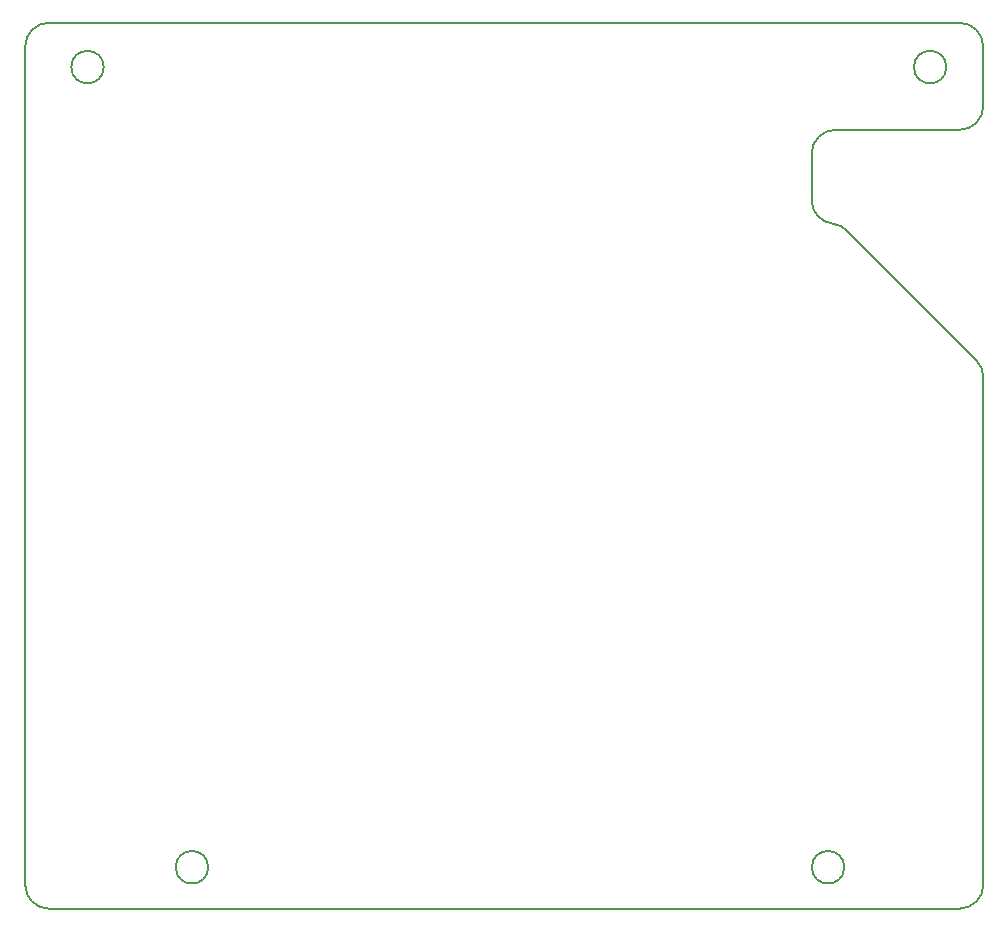
<source format=gbr>
%TF.GenerationSoftware,KiCad,Pcbnew,9.0.0*%
%TF.CreationDate,2025-03-31T19:53:22-05:00*%
%TF.ProjectId,HASP_Power_System,48415350-5f50-46f7-9765-725f53797374,rev?*%
%TF.SameCoordinates,Original*%
%TF.FileFunction,Profile,NP*%
%FSLAX46Y46*%
G04 Gerber Fmt 4.6, Leading zero omitted, Abs format (unit mm)*
G04 Created by KiCad (PCBNEW 9.0.0) date 2025-03-31 19:53:22*
%MOMM*%
%LPD*%
G01*
G04 APERTURE LIST*
%TA.AperFunction,Profile*%
%ADD10C,0.200000*%
%TD*%
G04 APERTURE END LIST*
D10*
X179586929Y-77062036D02*
G75*
G02*
X181586929Y-75062029I1999971J36D01*
G01*
X194115729Y-73062036D02*
G75*
G02*
X192115729Y-75062029I-2000029J36D01*
G01*
X181374112Y-83011354D02*
G75*
G02*
X179586994Y-81022709I212788J1988554D01*
G01*
X115000000Y-66000000D02*
X192115729Y-66000000D01*
X194115729Y-138999999D02*
G75*
G02*
X192115729Y-141000029I-2000029J-1D01*
G01*
X194115729Y-68000000D02*
X194115729Y-73062036D01*
X181374113Y-83011354D02*
G75*
G02*
X182577844Y-83588120I-212813J-1988646D01*
G01*
X192115729Y-140999999D02*
X115000000Y-140999999D01*
X190990729Y-69750922D02*
G75*
G02*
X188240729Y-69750922I-1375000J0D01*
G01*
X188240729Y-69750922D02*
G75*
G02*
X190990729Y-69750922I1375000J0D01*
G01*
X113000000Y-138999999D02*
X113000000Y-68000000D01*
X192115729Y-66000000D02*
G75*
G02*
X194115700Y-68000000I-29J-2000000D01*
G01*
X182577842Y-83588122D02*
X193532275Y-94578780D01*
X115000000Y-140999999D02*
G75*
G02*
X113000001Y-138999999I0J1999999D01*
G01*
X182351429Y-137499999D02*
G75*
G02*
X179601429Y-137499999I-1375000J0D01*
G01*
X179601429Y-137499999D02*
G75*
G02*
X182351429Y-137499999I1375000J0D01*
G01*
X194115729Y-95990657D02*
X194115729Y-138999999D01*
X192115729Y-75062036D02*
X181586929Y-75062036D01*
X128490729Y-137499999D02*
G75*
G02*
X125740729Y-137499999I-1375000J0D01*
G01*
X125740729Y-137499999D02*
G75*
G02*
X128490729Y-137499999I1375000J0D01*
G01*
X193532275Y-94578780D02*
G75*
G02*
X194115751Y-95990657I-1416575J-1411920D01*
G01*
X119648729Y-69751000D02*
G75*
G02*
X116898729Y-69751000I-1375000J0D01*
G01*
X116898729Y-69751000D02*
G75*
G02*
X119648729Y-69751000I1375000J0D01*
G01*
X113000000Y-68000000D02*
G75*
G02*
X115000000Y-66000000I2000000J0D01*
G01*
X179586929Y-77062036D02*
X179586929Y-81022709D01*
M02*

</source>
